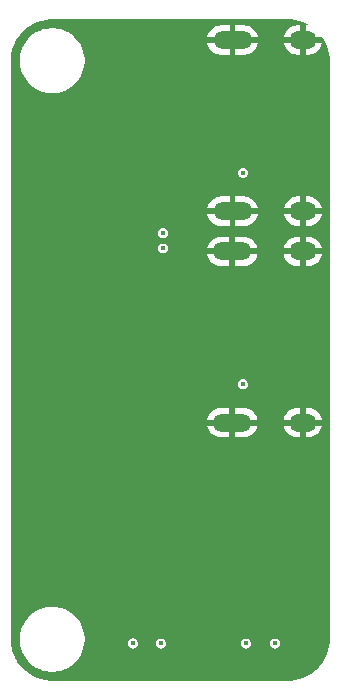
<source format=gbr>
G04 #@! TF.GenerationSoftware,KiCad,Pcbnew,8.0.4*
G04 #@! TF.CreationDate,2025-01-13T22:16:17-08:00*
G04 #@! TF.ProjectId,CSI_HDMI_Passthrough_receiver_noRetimer,4353495f-4844-44d4-995f-506173737468,rev?*
G04 #@! TF.SameCoordinates,Original*
G04 #@! TF.FileFunction,Copper,L2,Inr*
G04 #@! TF.FilePolarity,Positive*
%FSLAX46Y46*%
G04 Gerber Fmt 4.6, Leading zero omitted, Abs format (unit mm)*
G04 Created by KiCad (PCBNEW 8.0.4) date 2025-01-13 22:16:17*
%MOMM*%
%LPD*%
G01*
G04 APERTURE LIST*
G04 #@! TA.AperFunction,ComponentPad*
%ADD10O,3.300000X1.500000*%
G04 #@! TD*
G04 #@! TA.AperFunction,ComponentPad*
%ADD11O,2.300000X1.500000*%
G04 #@! TD*
G04 #@! TA.AperFunction,ViaPad*
%ADD12C,0.450000*%
G04 #@! TD*
G04 APERTURE END LIST*
D10*
G04 #@! TO.N,GND*
G04 #@! TO.C,J4*
X162275000Y-77250000D03*
X162275000Y-91750000D03*
D11*
X168235000Y-77250000D03*
X168235000Y-91750000D03*
G04 #@! TD*
D10*
G04 #@! TO.N,GND*
G04 #@! TO.C,J2*
X162260000Y-95150000D03*
X162260000Y-109650000D03*
D11*
X168220000Y-95150000D03*
X168220000Y-109650000D03*
G04 #@! TD*
D12*
G04 #@! TO.N,GND*
X155050000Y-116400000D03*
X152350000Y-116400000D03*
X164650000Y-116350000D03*
X161950000Y-116350000D03*
X155050000Y-129850000D03*
X152350000Y-129850000D03*
X153650000Y-117550000D03*
X153850000Y-119350000D03*
X153850000Y-120850000D03*
X153850000Y-122350000D03*
X153800000Y-125350000D03*
X153450000Y-126450000D03*
X154800000Y-93550000D03*
X152350000Y-93550000D03*
X156650000Y-117500000D03*
X163200000Y-80500000D03*
X163200000Y-102900000D03*
X156650000Y-118350000D03*
X166350000Y-117500000D03*
X156650000Y-119350000D03*
X163800000Y-88100000D03*
X159900000Y-99900000D03*
X159900000Y-101400000D03*
X160750000Y-126850000D03*
X163250000Y-117450000D03*
X159900000Y-105900000D03*
X163450000Y-119350000D03*
X163250000Y-126350000D03*
X163200000Y-98400000D03*
X163450000Y-122350000D03*
X163200000Y-99900000D03*
X156650000Y-120850000D03*
X163450000Y-123850000D03*
X159900000Y-82000000D03*
X159800000Y-88000000D03*
X159900000Y-83500000D03*
X163200000Y-101400000D03*
X166350000Y-125350000D03*
X166350000Y-118350000D03*
X156650000Y-125350000D03*
X156650000Y-122350000D03*
X153600000Y-94400000D03*
X163200000Y-82000000D03*
X166350000Y-119350000D03*
X166350000Y-122350000D03*
X159900000Y-80500000D03*
X166350000Y-123850000D03*
X159900000Y-85000000D03*
X163200000Y-83500000D03*
X166350000Y-120850000D03*
X163200000Y-85000000D03*
X159900000Y-98400000D03*
X156650000Y-123850000D03*
X159900000Y-102900000D03*
X163800000Y-106100000D03*
X163400000Y-125350000D03*
G04 #@! TO.N,+3V3*
X153850000Y-128350000D03*
X163400000Y-128350000D03*
X156400000Y-94900000D03*
X165900000Y-128350000D03*
X156200000Y-128350000D03*
G04 #@! TO.N,Net-(J2-+5V)*
X163150000Y-106400000D03*
X163150000Y-88500000D03*
X156400000Y-93600000D03*
G04 #@! TD*
G04 #@! TA.AperFunction,Conductor*
G04 #@! TO.N,GND*
G36*
X167000305Y-75500003D02*
G01*
X167181064Y-75502368D01*
X167185522Y-75502631D01*
X167545348Y-75540451D01*
X167550412Y-75541253D01*
X167903975Y-75616406D01*
X167908923Y-75617731D01*
X168252715Y-75729436D01*
X168257485Y-75731267D01*
X168506326Y-75842057D01*
X168587714Y-75878294D01*
X168592284Y-75880623D01*
X168640682Y-75908565D01*
X168663512Y-75938317D01*
X168658617Y-75975500D01*
X168628865Y-75998330D01*
X168616182Y-76000000D01*
X168485000Y-76000000D01*
X168485000Y-76800000D01*
X167985000Y-76800000D01*
X167985000Y-76000000D01*
X167736624Y-76000000D01*
X167542293Y-76030778D01*
X167542290Y-76030779D01*
X167355165Y-76091580D01*
X167179862Y-76180900D01*
X167020673Y-76296559D01*
X166881559Y-76435673D01*
X166765900Y-76594862D01*
X166676580Y-76770165D01*
X166615778Y-76957291D01*
X166609015Y-76999999D01*
X166609016Y-77000000D01*
X167459722Y-77000000D01*
X167415667Y-77076306D01*
X167385000Y-77190756D01*
X167385000Y-77309244D01*
X167415667Y-77423694D01*
X167459722Y-77500000D01*
X166609015Y-77500000D01*
X166615778Y-77542708D01*
X166676580Y-77729834D01*
X166765900Y-77905137D01*
X166881559Y-78064326D01*
X167020673Y-78203440D01*
X167179862Y-78319099D01*
X167355165Y-78408419D01*
X167542290Y-78469220D01*
X167542293Y-78469221D01*
X167736624Y-78500000D01*
X167985000Y-78500000D01*
X167985000Y-77700000D01*
X168485000Y-77700000D01*
X168485000Y-78500000D01*
X168733376Y-78500000D01*
X168927706Y-78469221D01*
X168927709Y-78469220D01*
X169114834Y-78408419D01*
X169290137Y-78319099D01*
X169449326Y-78203440D01*
X169588440Y-78064326D01*
X169704099Y-77905137D01*
X169793419Y-77729834D01*
X169854221Y-77542708D01*
X169860985Y-77500000D01*
X169010278Y-77500000D01*
X169054333Y-77423694D01*
X169085000Y-77309244D01*
X169085000Y-77190756D01*
X169054333Y-77076306D01*
X169010278Y-77000000D01*
X169870188Y-77000000D01*
X169935853Y-77090379D01*
X169938646Y-77094680D01*
X170119376Y-77407715D01*
X170121705Y-77412285D01*
X170268728Y-77742505D01*
X170270566Y-77747293D01*
X170382267Y-78091073D01*
X170383594Y-78096027D01*
X170458745Y-78449586D01*
X170459548Y-78454652D01*
X170497367Y-78814466D01*
X170497631Y-78818947D01*
X170499996Y-78999694D01*
X170500000Y-79000335D01*
X170500000Y-127999664D01*
X170499996Y-128000305D01*
X170497631Y-128181052D01*
X170497367Y-128185533D01*
X170459548Y-128545347D01*
X170458745Y-128550413D01*
X170383594Y-128903972D01*
X170382267Y-128908926D01*
X170270566Y-129252706D01*
X170268728Y-129257494D01*
X170121705Y-129587714D01*
X170119376Y-129592284D01*
X169938645Y-129905320D01*
X169935852Y-129909622D01*
X169723385Y-130202057D01*
X169720157Y-130206042D01*
X169478290Y-130474663D01*
X169474663Y-130478290D01*
X169206042Y-130720157D01*
X169202057Y-130723385D01*
X168909622Y-130935852D01*
X168905320Y-130938645D01*
X168592284Y-131119376D01*
X168587714Y-131121705D01*
X168257494Y-131268728D01*
X168252706Y-131270566D01*
X167908926Y-131382267D01*
X167903972Y-131383594D01*
X167550413Y-131458745D01*
X167545347Y-131459548D01*
X167185533Y-131497367D01*
X167181052Y-131497631D01*
X167000306Y-131499996D01*
X166999665Y-131500000D01*
X147000335Y-131500000D01*
X146999694Y-131499996D01*
X146818947Y-131497631D01*
X146814466Y-131497367D01*
X146454652Y-131459548D01*
X146449586Y-131458745D01*
X146096027Y-131383594D01*
X146091073Y-131382267D01*
X145747293Y-131270566D01*
X145742505Y-131268728D01*
X145412285Y-131121705D01*
X145407715Y-131119376D01*
X145094679Y-130938645D01*
X145090386Y-130935858D01*
X144797936Y-130723380D01*
X144793957Y-130720157D01*
X144525336Y-130478290D01*
X144521709Y-130474663D01*
X144279842Y-130206042D01*
X144276620Y-130202065D01*
X144064138Y-129909608D01*
X144061354Y-129905320D01*
X144021146Y-129835678D01*
X143880623Y-129592284D01*
X143878294Y-129587714D01*
X143842057Y-129506326D01*
X143731267Y-129257485D01*
X143729436Y-129252715D01*
X143617731Y-128908923D01*
X143616405Y-128903972D01*
X143572736Y-128698527D01*
X143541253Y-128550412D01*
X143540451Y-128545347D01*
X143502632Y-128185533D01*
X143502368Y-128181064D01*
X143500004Y-128000305D01*
X143500000Y-127999664D01*
X143500000Y-127845535D01*
X144249500Y-127845535D01*
X144249500Y-128154465D01*
X144271531Y-128350000D01*
X144284088Y-128461442D01*
X144284088Y-128461447D01*
X144352831Y-128762633D01*
X144454866Y-129054233D01*
X144454869Y-129054239D01*
X144588898Y-129332552D01*
X144588903Y-129332562D01*
X144753263Y-129594141D01*
X144945873Y-129835666D01*
X144945884Y-129835678D01*
X145164321Y-130054115D01*
X145164333Y-130054126D01*
X145405858Y-130246736D01*
X145667437Y-130411096D01*
X145667447Y-130411101D01*
X145945760Y-130545130D01*
X145945766Y-130545133D01*
X145945769Y-130545134D01*
X145945771Y-130545135D01*
X146237364Y-130647168D01*
X146538548Y-130715911D01*
X146801679Y-130745558D01*
X146845534Y-130750500D01*
X146845535Y-130750500D01*
X147154466Y-130750500D01*
X147182372Y-130747355D01*
X147461452Y-130715911D01*
X147762636Y-130647168D01*
X148054229Y-130545135D01*
X148332565Y-130411095D01*
X148594143Y-130246735D01*
X148835674Y-130054120D01*
X149054120Y-129835674D01*
X149246735Y-129594143D01*
X149411095Y-129332565D01*
X149545135Y-129054229D01*
X149647168Y-128762636D01*
X149715911Y-128461452D01*
X149728469Y-128350000D01*
X153419196Y-128350000D01*
X153440281Y-128483126D01*
X153440281Y-128483127D01*
X153440282Y-128483128D01*
X153501467Y-128603213D01*
X153501472Y-128603220D01*
X153596779Y-128698527D01*
X153596786Y-128698532D01*
X153676842Y-128739322D01*
X153716874Y-128759719D01*
X153850000Y-128780804D01*
X153983126Y-128759719D01*
X154066420Y-128717278D01*
X154103213Y-128698532D01*
X154103215Y-128698530D01*
X154103220Y-128698528D01*
X154198528Y-128603220D01*
X154259719Y-128483126D01*
X154280804Y-128350000D01*
X155769196Y-128350000D01*
X155790281Y-128483126D01*
X155790281Y-128483127D01*
X155790282Y-128483128D01*
X155851467Y-128603213D01*
X155851472Y-128603220D01*
X155946779Y-128698527D01*
X155946786Y-128698532D01*
X156026842Y-128739322D01*
X156066874Y-128759719D01*
X156200000Y-128780804D01*
X156333126Y-128759719D01*
X156416420Y-128717278D01*
X156453213Y-128698532D01*
X156453215Y-128698530D01*
X156453220Y-128698528D01*
X156548528Y-128603220D01*
X156609719Y-128483126D01*
X156630804Y-128350000D01*
X162969196Y-128350000D01*
X162990281Y-128483126D01*
X162990281Y-128483127D01*
X162990282Y-128483128D01*
X163051467Y-128603213D01*
X163051472Y-128603220D01*
X163146779Y-128698527D01*
X163146786Y-128698532D01*
X163226842Y-128739322D01*
X163266874Y-128759719D01*
X163400000Y-128780804D01*
X163533126Y-128759719D01*
X163616420Y-128717278D01*
X163653213Y-128698532D01*
X163653215Y-128698530D01*
X163653220Y-128698528D01*
X163748528Y-128603220D01*
X163809719Y-128483126D01*
X163830804Y-128350000D01*
X165469196Y-128350000D01*
X165490281Y-128483126D01*
X165490281Y-128483127D01*
X165490282Y-128483128D01*
X165551467Y-128603213D01*
X165551472Y-128603220D01*
X165646779Y-128698527D01*
X165646786Y-128698532D01*
X165726842Y-128739322D01*
X165766874Y-128759719D01*
X165900000Y-128780804D01*
X166033126Y-128759719D01*
X166116420Y-128717278D01*
X166153213Y-128698532D01*
X166153215Y-128698530D01*
X166153220Y-128698528D01*
X166248528Y-128603220D01*
X166309719Y-128483126D01*
X166330804Y-128350000D01*
X166309719Y-128216874D01*
X166277920Y-128154465D01*
X166248532Y-128096786D01*
X166248527Y-128096779D01*
X166153220Y-128001472D01*
X166153213Y-128001467D01*
X166033128Y-127940282D01*
X166033127Y-127940281D01*
X166033126Y-127940281D01*
X165900000Y-127919196D01*
X165766874Y-127940281D01*
X165766872Y-127940281D01*
X165766871Y-127940282D01*
X165646786Y-128001467D01*
X165646779Y-128001472D01*
X165551472Y-128096779D01*
X165551467Y-128096786D01*
X165490282Y-128216871D01*
X165490281Y-128216872D01*
X165490281Y-128216874D01*
X165469196Y-128350000D01*
X163830804Y-128350000D01*
X163809719Y-128216874D01*
X163777920Y-128154465D01*
X163748532Y-128096786D01*
X163748527Y-128096779D01*
X163653220Y-128001472D01*
X163653213Y-128001467D01*
X163533128Y-127940282D01*
X163533127Y-127940281D01*
X163533126Y-127940281D01*
X163400000Y-127919196D01*
X163266874Y-127940281D01*
X163266872Y-127940281D01*
X163266871Y-127940282D01*
X163146786Y-128001467D01*
X163146779Y-128001472D01*
X163051472Y-128096779D01*
X163051467Y-128096786D01*
X162990282Y-128216871D01*
X162990281Y-128216872D01*
X162990281Y-128216874D01*
X162969196Y-128350000D01*
X156630804Y-128350000D01*
X156609719Y-128216874D01*
X156577920Y-128154465D01*
X156548532Y-128096786D01*
X156548527Y-128096779D01*
X156453220Y-128001472D01*
X156453213Y-128001467D01*
X156333128Y-127940282D01*
X156333127Y-127940281D01*
X156333126Y-127940281D01*
X156200000Y-127919196D01*
X156066874Y-127940281D01*
X156066872Y-127940281D01*
X156066871Y-127940282D01*
X155946786Y-128001467D01*
X155946779Y-128001472D01*
X155851472Y-128096779D01*
X155851467Y-128096786D01*
X155790282Y-128216871D01*
X155790281Y-128216872D01*
X155790281Y-128216874D01*
X155769196Y-128350000D01*
X154280804Y-128350000D01*
X154259719Y-128216874D01*
X154227920Y-128154465D01*
X154198532Y-128096786D01*
X154198527Y-128096779D01*
X154103220Y-128001472D01*
X154103213Y-128001467D01*
X153983128Y-127940282D01*
X153983127Y-127940281D01*
X153983126Y-127940281D01*
X153850000Y-127919196D01*
X153716874Y-127940281D01*
X153716872Y-127940281D01*
X153716871Y-127940282D01*
X153596786Y-128001467D01*
X153596779Y-128001472D01*
X153501472Y-128096779D01*
X153501467Y-128096786D01*
X153440282Y-128216871D01*
X153440281Y-128216872D01*
X153440281Y-128216874D01*
X153419196Y-128350000D01*
X149728469Y-128350000D01*
X149750500Y-128154465D01*
X149750500Y-127845535D01*
X149715911Y-127538548D01*
X149647168Y-127237364D01*
X149545135Y-126945771D01*
X149411095Y-126667435D01*
X149246735Y-126405857D01*
X149054120Y-126164326D01*
X148835674Y-125945880D01*
X148835671Y-125945877D01*
X148835666Y-125945873D01*
X148594141Y-125753263D01*
X148332562Y-125588903D01*
X148332552Y-125588898D01*
X148054239Y-125454869D01*
X148054233Y-125454866D01*
X147762633Y-125352831D01*
X147762634Y-125352831D01*
X147619189Y-125320091D01*
X147461452Y-125284089D01*
X147461446Y-125284088D01*
X147461445Y-125284088D01*
X147154466Y-125249500D01*
X147154465Y-125249500D01*
X146845535Y-125249500D01*
X146845534Y-125249500D01*
X146538557Y-125284088D01*
X146538552Y-125284088D01*
X146237366Y-125352831D01*
X145945766Y-125454866D01*
X145945760Y-125454869D01*
X145667447Y-125588898D01*
X145667437Y-125588903D01*
X145405858Y-125753263D01*
X145164333Y-125945873D01*
X145164321Y-125945884D01*
X144945884Y-126164321D01*
X144945873Y-126164333D01*
X144753263Y-126405858D01*
X144588903Y-126667437D01*
X144588898Y-126667447D01*
X144454869Y-126945760D01*
X144454866Y-126945766D01*
X144352831Y-127237366D01*
X144284088Y-127538552D01*
X144284088Y-127538556D01*
X144249500Y-127845535D01*
X143500000Y-127845535D01*
X143500000Y-109399999D01*
X160134015Y-109399999D01*
X160134016Y-109400000D01*
X160984722Y-109400000D01*
X160940667Y-109476306D01*
X160910000Y-109590756D01*
X160910000Y-109709244D01*
X160940667Y-109823694D01*
X160984722Y-109900000D01*
X160134015Y-109900000D01*
X160140778Y-109942708D01*
X160201580Y-110129834D01*
X160290900Y-110305137D01*
X160406559Y-110464326D01*
X160545673Y-110603440D01*
X160704862Y-110719099D01*
X160880165Y-110808419D01*
X161067290Y-110869220D01*
X161067293Y-110869221D01*
X161261624Y-110900000D01*
X162010000Y-110900000D01*
X162010000Y-110100000D01*
X162510000Y-110100000D01*
X162510000Y-110900000D01*
X163258376Y-110900000D01*
X163452706Y-110869221D01*
X163452709Y-110869220D01*
X163639834Y-110808419D01*
X163815137Y-110719099D01*
X163974326Y-110603440D01*
X164113440Y-110464326D01*
X164229099Y-110305137D01*
X164318419Y-110129834D01*
X164379221Y-109942708D01*
X164385985Y-109900000D01*
X163535278Y-109900000D01*
X163579333Y-109823694D01*
X163610000Y-109709244D01*
X163610000Y-109590756D01*
X163579333Y-109476306D01*
X163535278Y-109400000D01*
X164385984Y-109400000D01*
X164385984Y-109399999D01*
X166594015Y-109399999D01*
X166594016Y-109400000D01*
X167444722Y-109400000D01*
X167400667Y-109476306D01*
X167370000Y-109590756D01*
X167370000Y-109709244D01*
X167400667Y-109823694D01*
X167444722Y-109900000D01*
X166594015Y-109900000D01*
X166600778Y-109942708D01*
X166661580Y-110129834D01*
X166750900Y-110305137D01*
X166866559Y-110464326D01*
X167005673Y-110603440D01*
X167164862Y-110719099D01*
X167340165Y-110808419D01*
X167527290Y-110869220D01*
X167527293Y-110869221D01*
X167721624Y-110900000D01*
X167970000Y-110900000D01*
X167970000Y-110100000D01*
X168470000Y-110100000D01*
X168470000Y-110900000D01*
X168718376Y-110900000D01*
X168912706Y-110869221D01*
X168912709Y-110869220D01*
X169099834Y-110808419D01*
X169275137Y-110719099D01*
X169434326Y-110603440D01*
X169573440Y-110464326D01*
X169689099Y-110305137D01*
X169778419Y-110129834D01*
X169839221Y-109942708D01*
X169845985Y-109900000D01*
X168995278Y-109900000D01*
X169039333Y-109823694D01*
X169070000Y-109709244D01*
X169070000Y-109590756D01*
X169039333Y-109476306D01*
X168995278Y-109400000D01*
X169845984Y-109400000D01*
X169845984Y-109399999D01*
X169839221Y-109357291D01*
X169778419Y-109170165D01*
X169689099Y-108994862D01*
X169573440Y-108835673D01*
X169434326Y-108696559D01*
X169275137Y-108580900D01*
X169099834Y-108491580D01*
X168912709Y-108430779D01*
X168912706Y-108430778D01*
X168718376Y-108400000D01*
X168470000Y-108400000D01*
X168470000Y-109200000D01*
X167970000Y-109200000D01*
X167970000Y-108400000D01*
X167721624Y-108400000D01*
X167527293Y-108430778D01*
X167527290Y-108430779D01*
X167340165Y-108491580D01*
X167164862Y-108580900D01*
X167005673Y-108696559D01*
X166866559Y-108835673D01*
X166750900Y-108994862D01*
X166661580Y-109170165D01*
X166600778Y-109357291D01*
X166594015Y-109399999D01*
X164385984Y-109399999D01*
X164379221Y-109357291D01*
X164318419Y-109170165D01*
X164229099Y-108994862D01*
X164113440Y-108835673D01*
X163974326Y-108696559D01*
X163815137Y-108580900D01*
X163639834Y-108491580D01*
X163452709Y-108430779D01*
X163452706Y-108430778D01*
X163258376Y-108400000D01*
X162510000Y-108400000D01*
X162510000Y-109200000D01*
X162010000Y-109200000D01*
X162010000Y-108400000D01*
X161261624Y-108400000D01*
X161067293Y-108430778D01*
X161067290Y-108430779D01*
X160880165Y-108491580D01*
X160704862Y-108580900D01*
X160545673Y-108696559D01*
X160406559Y-108835673D01*
X160290900Y-108994862D01*
X160201580Y-109170165D01*
X160140778Y-109357291D01*
X160134015Y-109399999D01*
X143500000Y-109399999D01*
X143500000Y-106400000D01*
X162719196Y-106400000D01*
X162740281Y-106533126D01*
X162740281Y-106533127D01*
X162740282Y-106533128D01*
X162801467Y-106653213D01*
X162801472Y-106653220D01*
X162896779Y-106748527D01*
X162896786Y-106748532D01*
X162976842Y-106789322D01*
X163016874Y-106809719D01*
X163150000Y-106830804D01*
X163283126Y-106809719D01*
X163366420Y-106767278D01*
X163403213Y-106748532D01*
X163403215Y-106748530D01*
X163403220Y-106748528D01*
X163498528Y-106653220D01*
X163559719Y-106533126D01*
X163580804Y-106400000D01*
X163559719Y-106266874D01*
X163539322Y-106226842D01*
X163498532Y-106146786D01*
X163498527Y-106146779D01*
X163403220Y-106051472D01*
X163403213Y-106051467D01*
X163283128Y-105990282D01*
X163283127Y-105990281D01*
X163283126Y-105990281D01*
X163150000Y-105969196D01*
X163016874Y-105990281D01*
X163016872Y-105990281D01*
X163016871Y-105990282D01*
X162896786Y-106051467D01*
X162896779Y-106051472D01*
X162801472Y-106146779D01*
X162801467Y-106146786D01*
X162740282Y-106266871D01*
X162740281Y-106266872D01*
X162740281Y-106266874D01*
X162719196Y-106400000D01*
X143500000Y-106400000D01*
X143500000Y-94900000D01*
X155969196Y-94900000D01*
X155990281Y-95033126D01*
X155990281Y-95033127D01*
X155990282Y-95033128D01*
X156051467Y-95153213D01*
X156051472Y-95153220D01*
X156146779Y-95248527D01*
X156146786Y-95248532D01*
X156226842Y-95289322D01*
X156266874Y-95309719D01*
X156400000Y-95330804D01*
X156533126Y-95309719D01*
X156616420Y-95267278D01*
X156653213Y-95248532D01*
X156653215Y-95248530D01*
X156653220Y-95248528D01*
X156748528Y-95153220D01*
X156809719Y-95033126D01*
X156830804Y-94900000D01*
X156830804Y-94899999D01*
X160134015Y-94899999D01*
X160134016Y-94900000D01*
X160984722Y-94900000D01*
X160940667Y-94976306D01*
X160910000Y-95090756D01*
X160910000Y-95209244D01*
X160940667Y-95323694D01*
X160984722Y-95400000D01*
X160134015Y-95400000D01*
X160140778Y-95442708D01*
X160201580Y-95629834D01*
X160290900Y-95805137D01*
X160406559Y-95964326D01*
X160545673Y-96103440D01*
X160704862Y-96219099D01*
X160880165Y-96308419D01*
X161067290Y-96369220D01*
X161067293Y-96369221D01*
X161261624Y-96400000D01*
X162010000Y-96400000D01*
X162010000Y-95600000D01*
X162510000Y-95600000D01*
X162510000Y-96400000D01*
X163258376Y-96400000D01*
X163452706Y-96369221D01*
X163452709Y-96369220D01*
X163639834Y-96308419D01*
X163815137Y-96219099D01*
X163974326Y-96103440D01*
X164113440Y-95964326D01*
X164229099Y-95805137D01*
X164318419Y-95629834D01*
X164379221Y-95442708D01*
X164385985Y-95400000D01*
X163535278Y-95400000D01*
X163579333Y-95323694D01*
X163610000Y-95209244D01*
X163610000Y-95090756D01*
X163579333Y-94976306D01*
X163535278Y-94900000D01*
X164385984Y-94900000D01*
X164385984Y-94899999D01*
X166594015Y-94899999D01*
X166594016Y-94900000D01*
X167444722Y-94900000D01*
X167400667Y-94976306D01*
X167370000Y-95090756D01*
X167370000Y-95209244D01*
X167400667Y-95323694D01*
X167444722Y-95400000D01*
X166594015Y-95400000D01*
X166600778Y-95442708D01*
X166661580Y-95629834D01*
X166750900Y-95805137D01*
X166866559Y-95964326D01*
X167005673Y-96103440D01*
X167164862Y-96219099D01*
X167340165Y-96308419D01*
X167527290Y-96369220D01*
X167527293Y-96369221D01*
X167721624Y-96400000D01*
X167970000Y-96400000D01*
X167970000Y-95600000D01*
X168470000Y-95600000D01*
X168470000Y-96400000D01*
X168718376Y-96400000D01*
X168912706Y-96369221D01*
X168912709Y-96369220D01*
X169099834Y-96308419D01*
X169275137Y-96219099D01*
X169434326Y-96103440D01*
X169573440Y-95964326D01*
X169689099Y-95805137D01*
X169778419Y-95629834D01*
X169839221Y-95442708D01*
X169845985Y-95400000D01*
X168995278Y-95400000D01*
X169039333Y-95323694D01*
X169070000Y-95209244D01*
X169070000Y-95090756D01*
X169039333Y-94976306D01*
X168995278Y-94900000D01*
X169845984Y-94900000D01*
X169845984Y-94899999D01*
X169839221Y-94857291D01*
X169778419Y-94670165D01*
X169689099Y-94494862D01*
X169573440Y-94335673D01*
X169434326Y-94196559D01*
X169275137Y-94080900D01*
X169099834Y-93991580D01*
X168912709Y-93930779D01*
X168912706Y-93930778D01*
X168718376Y-93900000D01*
X168470000Y-93900000D01*
X168470000Y-94700000D01*
X167970000Y-94700000D01*
X167970000Y-93900000D01*
X167721624Y-93900000D01*
X167527293Y-93930778D01*
X167527290Y-93930779D01*
X167340165Y-93991580D01*
X167164862Y-94080900D01*
X167005673Y-94196559D01*
X166866559Y-94335673D01*
X166750900Y-94494862D01*
X166661580Y-94670165D01*
X166600778Y-94857291D01*
X166594015Y-94899999D01*
X164385984Y-94899999D01*
X164379221Y-94857291D01*
X164318419Y-94670165D01*
X164229099Y-94494862D01*
X164113440Y-94335673D01*
X163974326Y-94196559D01*
X163815137Y-94080900D01*
X163639834Y-93991580D01*
X163452709Y-93930779D01*
X163452706Y-93930778D01*
X163258376Y-93900000D01*
X162510000Y-93900000D01*
X162510000Y-94700000D01*
X162010000Y-94700000D01*
X162010000Y-93900000D01*
X161261624Y-93900000D01*
X161067293Y-93930778D01*
X161067290Y-93930779D01*
X160880165Y-93991580D01*
X160704862Y-94080900D01*
X160545673Y-94196559D01*
X160406559Y-94335673D01*
X160290900Y-94494862D01*
X160201580Y-94670165D01*
X160140778Y-94857291D01*
X160134015Y-94899999D01*
X156830804Y-94899999D01*
X156809719Y-94766874D01*
X156775645Y-94700000D01*
X156748532Y-94646786D01*
X156748527Y-94646779D01*
X156653220Y-94551472D01*
X156653213Y-94551467D01*
X156533128Y-94490282D01*
X156533127Y-94490281D01*
X156533126Y-94490281D01*
X156400000Y-94469196D01*
X156266874Y-94490281D01*
X156266872Y-94490281D01*
X156266871Y-94490282D01*
X156146786Y-94551467D01*
X156146779Y-94551472D01*
X156051472Y-94646779D01*
X156051467Y-94646786D01*
X155990282Y-94766871D01*
X155990281Y-94766872D01*
X155990281Y-94766874D01*
X155969196Y-94900000D01*
X143500000Y-94900000D01*
X143500000Y-93600000D01*
X155969196Y-93600000D01*
X155990281Y-93733126D01*
X155990281Y-93733127D01*
X155990282Y-93733128D01*
X156051467Y-93853213D01*
X156051472Y-93853220D01*
X156146779Y-93948527D01*
X156146786Y-93948532D01*
X156226842Y-93989322D01*
X156266874Y-94009719D01*
X156400000Y-94030804D01*
X156533126Y-94009719D01*
X156616420Y-93967278D01*
X156653213Y-93948532D01*
X156653215Y-93948530D01*
X156653220Y-93948528D01*
X156748528Y-93853220D01*
X156809719Y-93733126D01*
X156830804Y-93600000D01*
X156809719Y-93466874D01*
X156789322Y-93426842D01*
X156748532Y-93346786D01*
X156748527Y-93346779D01*
X156653220Y-93251472D01*
X156653213Y-93251467D01*
X156533128Y-93190282D01*
X156533127Y-93190281D01*
X156533126Y-93190281D01*
X156400000Y-93169196D01*
X156266874Y-93190281D01*
X156266872Y-93190281D01*
X156266871Y-93190282D01*
X156146786Y-93251467D01*
X156146779Y-93251472D01*
X156051472Y-93346779D01*
X156051467Y-93346786D01*
X155990282Y-93466871D01*
X155990281Y-93466872D01*
X155990281Y-93466874D01*
X155969196Y-93600000D01*
X143500000Y-93600000D01*
X143500000Y-91499999D01*
X160149015Y-91499999D01*
X160149016Y-91500000D01*
X160999722Y-91500000D01*
X160955667Y-91576306D01*
X160925000Y-91690756D01*
X160925000Y-91809244D01*
X160955667Y-91923694D01*
X160999722Y-92000000D01*
X160149015Y-92000000D01*
X160155778Y-92042708D01*
X160216580Y-92229834D01*
X160305900Y-92405137D01*
X160421559Y-92564326D01*
X160560673Y-92703440D01*
X160719862Y-92819099D01*
X160895165Y-92908419D01*
X161082290Y-92969220D01*
X161082293Y-92969221D01*
X161276624Y-93000000D01*
X162025000Y-93000000D01*
X162025000Y-92200000D01*
X162525000Y-92200000D01*
X162525000Y-93000000D01*
X163273376Y-93000000D01*
X163467706Y-92969221D01*
X163467709Y-92969220D01*
X163654834Y-92908419D01*
X163830137Y-92819099D01*
X163989326Y-92703440D01*
X164128440Y-92564326D01*
X164244099Y-92405137D01*
X164333419Y-92229834D01*
X164394221Y-92042708D01*
X164400985Y-92000000D01*
X163550278Y-92000000D01*
X163594333Y-91923694D01*
X163625000Y-91809244D01*
X163625000Y-91690756D01*
X163594333Y-91576306D01*
X163550278Y-91500000D01*
X164400984Y-91500000D01*
X164400984Y-91499999D01*
X166609015Y-91499999D01*
X166609016Y-91500000D01*
X167459722Y-91500000D01*
X167415667Y-91576306D01*
X167385000Y-91690756D01*
X167385000Y-91809244D01*
X167415667Y-91923694D01*
X167459722Y-92000000D01*
X166609015Y-92000000D01*
X166615778Y-92042708D01*
X166676580Y-92229834D01*
X166765900Y-92405137D01*
X166881559Y-92564326D01*
X167020673Y-92703440D01*
X167179862Y-92819099D01*
X167355165Y-92908419D01*
X167542290Y-92969220D01*
X167542293Y-92969221D01*
X167736624Y-93000000D01*
X167985000Y-93000000D01*
X167985000Y-92200000D01*
X168485000Y-92200000D01*
X168485000Y-93000000D01*
X168733376Y-93000000D01*
X168927706Y-92969221D01*
X168927709Y-92969220D01*
X169114834Y-92908419D01*
X169290137Y-92819099D01*
X169449326Y-92703440D01*
X169588440Y-92564326D01*
X169704099Y-92405137D01*
X169793419Y-92229834D01*
X169854221Y-92042708D01*
X169860985Y-92000000D01*
X169010278Y-92000000D01*
X169054333Y-91923694D01*
X169085000Y-91809244D01*
X169085000Y-91690756D01*
X169054333Y-91576306D01*
X169010278Y-91500000D01*
X169860984Y-91500000D01*
X169860984Y-91499999D01*
X169854221Y-91457291D01*
X169793419Y-91270165D01*
X169704099Y-91094862D01*
X169588440Y-90935673D01*
X169449326Y-90796559D01*
X169290137Y-90680900D01*
X169114834Y-90591580D01*
X168927709Y-90530779D01*
X168927706Y-90530778D01*
X168733376Y-90500000D01*
X168485000Y-90500000D01*
X168485000Y-91300000D01*
X167985000Y-91300000D01*
X167985000Y-90500000D01*
X167736624Y-90500000D01*
X167542293Y-90530778D01*
X167542290Y-90530779D01*
X167355165Y-90591580D01*
X167179862Y-90680900D01*
X167020673Y-90796559D01*
X166881559Y-90935673D01*
X166765900Y-91094862D01*
X166676580Y-91270165D01*
X166615778Y-91457291D01*
X166609015Y-91499999D01*
X164400984Y-91499999D01*
X164394221Y-91457291D01*
X164333419Y-91270165D01*
X164244099Y-91094862D01*
X164128440Y-90935673D01*
X163989326Y-90796559D01*
X163830137Y-90680900D01*
X163654834Y-90591580D01*
X163467709Y-90530779D01*
X163467706Y-90530778D01*
X163273376Y-90500000D01*
X162525000Y-90500000D01*
X162525000Y-91300000D01*
X162025000Y-91300000D01*
X162025000Y-90500000D01*
X161276624Y-90500000D01*
X161082293Y-90530778D01*
X161082290Y-90530779D01*
X160895165Y-90591580D01*
X160719862Y-90680900D01*
X160560673Y-90796559D01*
X160421559Y-90935673D01*
X160305900Y-91094862D01*
X160216580Y-91270165D01*
X160155778Y-91457291D01*
X160149015Y-91499999D01*
X143500000Y-91499999D01*
X143500000Y-88500000D01*
X162719196Y-88500000D01*
X162740281Y-88633126D01*
X162740281Y-88633127D01*
X162740282Y-88633128D01*
X162801467Y-88753213D01*
X162801472Y-88753220D01*
X162896779Y-88848527D01*
X162896786Y-88848532D01*
X162976842Y-88889322D01*
X163016874Y-88909719D01*
X163150000Y-88930804D01*
X163283126Y-88909719D01*
X163366420Y-88867278D01*
X163403213Y-88848532D01*
X163403215Y-88848530D01*
X163403220Y-88848528D01*
X163498528Y-88753220D01*
X163559719Y-88633126D01*
X163580804Y-88500000D01*
X163559719Y-88366874D01*
X163539322Y-88326842D01*
X163498532Y-88246786D01*
X163498527Y-88246779D01*
X163403220Y-88151472D01*
X163403213Y-88151467D01*
X163283128Y-88090282D01*
X163283127Y-88090281D01*
X163283126Y-88090281D01*
X163150000Y-88069196D01*
X163016874Y-88090281D01*
X163016872Y-88090281D01*
X163016871Y-88090282D01*
X162896786Y-88151467D01*
X162896779Y-88151472D01*
X162801472Y-88246779D01*
X162801467Y-88246786D01*
X162740282Y-88366871D01*
X162740281Y-88366872D01*
X162740281Y-88366874D01*
X162719196Y-88500000D01*
X143500000Y-88500000D01*
X143500000Y-79000335D01*
X143500004Y-78999694D01*
X143502020Y-78845534D01*
X144249500Y-78845534D01*
X144249500Y-79154465D01*
X144284088Y-79461442D01*
X144284088Y-79461447D01*
X144352831Y-79762633D01*
X144454866Y-80054233D01*
X144454869Y-80054239D01*
X144588898Y-80332552D01*
X144588903Y-80332562D01*
X144753263Y-80594141D01*
X144945873Y-80835666D01*
X144945884Y-80835678D01*
X145164321Y-81054115D01*
X145164333Y-81054126D01*
X145405858Y-81246736D01*
X145667437Y-81411096D01*
X145667447Y-81411101D01*
X145945760Y-81545130D01*
X145945766Y-81545133D01*
X145945769Y-81545134D01*
X145945771Y-81545135D01*
X146237364Y-81647168D01*
X146538548Y-81715911D01*
X146801679Y-81745558D01*
X146845534Y-81750500D01*
X146845535Y-81750500D01*
X147154466Y-81750500D01*
X147182372Y-81747355D01*
X147461452Y-81715911D01*
X147762636Y-81647168D01*
X148054229Y-81545135D01*
X148332565Y-81411095D01*
X148594143Y-81246735D01*
X148835674Y-81054120D01*
X149054120Y-80835674D01*
X149246735Y-80594143D01*
X149411095Y-80332565D01*
X149545135Y-80054229D01*
X149647168Y-79762636D01*
X149715911Y-79461452D01*
X149750500Y-79154465D01*
X149750500Y-78845535D01*
X149715911Y-78538548D01*
X149647168Y-78237364D01*
X149545135Y-77945771D01*
X149449545Y-77747278D01*
X149411101Y-77667447D01*
X149411096Y-77667437D01*
X149246736Y-77405858D01*
X149054126Y-77164333D01*
X149054115Y-77164321D01*
X148889793Y-76999999D01*
X160149015Y-76999999D01*
X160149016Y-77000000D01*
X160999722Y-77000000D01*
X160955667Y-77076306D01*
X160925000Y-77190756D01*
X160925000Y-77309244D01*
X160955667Y-77423694D01*
X160999722Y-77500000D01*
X160149015Y-77500000D01*
X160155778Y-77542708D01*
X160216580Y-77729834D01*
X160305900Y-77905137D01*
X160421559Y-78064326D01*
X160560673Y-78203440D01*
X160719862Y-78319099D01*
X160895165Y-78408419D01*
X161082290Y-78469220D01*
X161082293Y-78469221D01*
X161276624Y-78500000D01*
X162025000Y-78500000D01*
X162025000Y-77700000D01*
X162525000Y-77700000D01*
X162525000Y-78500000D01*
X163273376Y-78500000D01*
X163467706Y-78469221D01*
X163467709Y-78469220D01*
X163654834Y-78408419D01*
X163830137Y-78319099D01*
X163989326Y-78203440D01*
X164128440Y-78064326D01*
X164244099Y-77905137D01*
X164333419Y-77729834D01*
X164394221Y-77542708D01*
X164400985Y-77500000D01*
X163550278Y-77500000D01*
X163594333Y-77423694D01*
X163625000Y-77309244D01*
X163625000Y-77190756D01*
X163594333Y-77076306D01*
X163550278Y-77000000D01*
X164400984Y-77000000D01*
X164400984Y-76999999D01*
X164394221Y-76957291D01*
X164333419Y-76770165D01*
X164244099Y-76594862D01*
X164128440Y-76435673D01*
X163989326Y-76296559D01*
X163830137Y-76180900D01*
X163654834Y-76091580D01*
X163467709Y-76030779D01*
X163467706Y-76030778D01*
X163273376Y-76000000D01*
X162525000Y-76000000D01*
X162525000Y-76800000D01*
X162025000Y-76800000D01*
X162025000Y-76000000D01*
X161276624Y-76000000D01*
X161082293Y-76030778D01*
X161082290Y-76030779D01*
X160895165Y-76091580D01*
X160719862Y-76180900D01*
X160560673Y-76296559D01*
X160421559Y-76435673D01*
X160305900Y-76594862D01*
X160216580Y-76770165D01*
X160155778Y-76957291D01*
X160149015Y-76999999D01*
X148889793Y-76999999D01*
X148835678Y-76945884D01*
X148835666Y-76945873D01*
X148594141Y-76753263D01*
X148332562Y-76588903D01*
X148332552Y-76588898D01*
X148054239Y-76454869D01*
X148054233Y-76454866D01*
X147762633Y-76352831D01*
X147762634Y-76352831D01*
X147619189Y-76320091D01*
X147461452Y-76284089D01*
X147461446Y-76284088D01*
X147461445Y-76284088D01*
X147154466Y-76249500D01*
X147154465Y-76249500D01*
X146845535Y-76249500D01*
X146845534Y-76249500D01*
X146538557Y-76284088D01*
X146538552Y-76284088D01*
X146237366Y-76352831D01*
X145945766Y-76454866D01*
X145945760Y-76454869D01*
X145667447Y-76588898D01*
X145667437Y-76588903D01*
X145405858Y-76753263D01*
X145164333Y-76945873D01*
X145164321Y-76945884D01*
X144945884Y-77164321D01*
X144945873Y-77164333D01*
X144753263Y-77405858D01*
X144588903Y-77667437D01*
X144588898Y-77667447D01*
X144454869Y-77945760D01*
X144454866Y-77945766D01*
X144352831Y-78237366D01*
X144284088Y-78538552D01*
X144284088Y-78538557D01*
X144249500Y-78845534D01*
X143502020Y-78845534D01*
X143502368Y-78818934D01*
X143502631Y-78814478D01*
X143540451Y-78454648D01*
X143541254Y-78449586D01*
X143616407Y-78096019D01*
X143617732Y-78091073D01*
X143626423Y-78064326D01*
X143729438Y-77747278D01*
X143731265Y-77742520D01*
X143878296Y-77412280D01*
X143880623Y-77407715D01*
X143881695Y-77405858D01*
X144061362Y-77094665D01*
X144064132Y-77090399D01*
X144276627Y-76797924D01*
X144279835Y-76793965D01*
X144521719Y-76525325D01*
X144525325Y-76521719D01*
X144793965Y-76279835D01*
X144797924Y-76276627D01*
X145090399Y-76064132D01*
X145094665Y-76061362D01*
X145407719Y-75880620D01*
X145412280Y-75878296D01*
X145742520Y-75731265D01*
X145747278Y-75729438D01*
X146091081Y-75617729D01*
X146096019Y-75616407D01*
X146449590Y-75541253D01*
X146454648Y-75540451D01*
X146814478Y-75502631D01*
X146818934Y-75502368D01*
X146999694Y-75500003D01*
X147000335Y-75500000D01*
X166999665Y-75500000D01*
X167000305Y-75500003D01*
G37*
G04 #@! TD.AperFunction*
G04 #@! TD*
M02*

</source>
